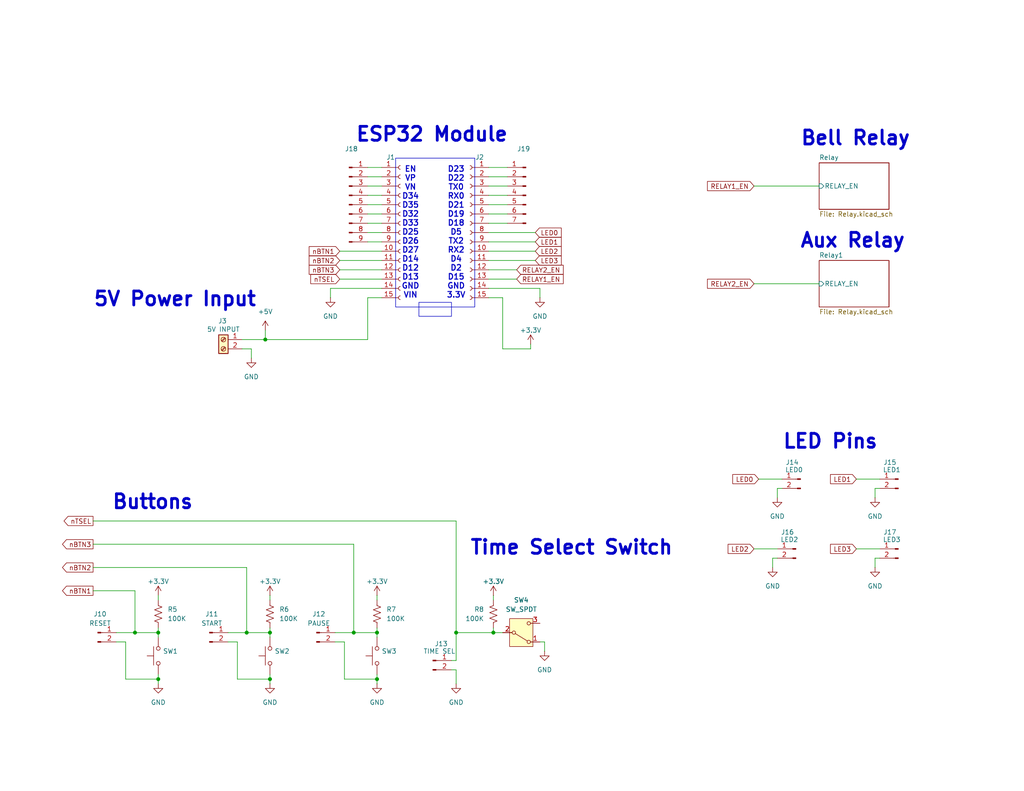
<source format=kicad_sch>
(kicad_sch (version 20231120) (generator "eeschema") (generator_version "8.0")
  (paper "A")
  (lib_symbols
    (symbol "Connector:Conn_01x02_Pin" (pin_names (offset 1.016) hide)
      (property "Reference" "J" (at 0 2.54 0))
      (property "Value" "Conn_01x02_Pin" (at 0 -5.08 0))
      (symbol "Conn_01x02_Pin_1_1"
        (polyline (pts (xy 1.27 -2.54) (xy 0.8636 -2.54)) (stroke (width 0.1524)))
        (polyline (pts (xy 1.27 0) (xy 0.8636 0)) (stroke (width 0.1524)))
        (rectangle (start 0.8636 -2.413) (end 0 -2.667) (stroke (width 0.1524)) (fill (type outline)))
        (rectangle (start 0.8636 0.127) (end 0 -0.127) (stroke (width 0.1524)) (fill (type outline)))
        (pin passive line (at 5.08 0 180) (length 3.81) (name "Pin_1") (number "1"))
        (pin passive line (at 5.08 -2.54 180) (length 3.81) (name "Pin_2") (number "2"))
      )
    )
    (symbol "Connector:Conn_01x07_Pin" (pin_names (offset 1.016) hide)
      (property "Reference" "J" (at 0 10.16 0))
      (property "Value" "Conn_01x07_Pin" (at 0 -10.16 0))
      (symbol "Conn_01x07_Pin_1_1"
        (polyline (pts (xy 1.27 -7.62) (xy 0.8636 -7.62)) (stroke (width 0.1524)))
        (polyline (pts (xy 1.27 -5.08) (xy 0.8636 -5.08)) (stroke (width 0.1524)))
        (polyline (pts (xy 1.27 -2.54) (xy 0.8636 -2.54)) (stroke (width 0.1524)))
        (polyline (pts (xy 1.27 0) (xy 0.8636 0)) (stroke (width 0.1524)))
        (polyline (pts (xy 1.27 2.54) (xy 0.8636 2.54)) (stroke (width 0.1524)))
        (polyline (pts (xy 1.27 5.08) (xy 0.8636 5.08)) (stroke (width 0.1524)))
        (polyline (pts (xy 1.27 7.62) (xy 0.8636 7.62)) (stroke (width 0.1524)))
        (rectangle (start 0.8636 -7.493) (end 0 -7.747) (stroke (width 0.1524)) (fill (type outline)))
        (rectangle (start 0.8636 -4.953) (end 0 -5.207) (stroke (width 0.1524)) (fill (type outline)))
        (rectangle (start 0.8636 -2.413) (end 0 -2.667) (stroke (width 0.1524)) (fill (type outline)))
        (rectangle (start 0.8636 0.127) (end 0 -0.127) (stroke (width 0.1524)) (fill (type outline)))
        (rectangle (start 0.8636 2.667) (end 0 2.413) (stroke (width 0.1524)) (fill (type outline)))
        (rectangle (start 0.8636 5.207) (end 0 4.953) (stroke (width 0.1524)) (fill (type outline)))
        (rectangle (start 0.8636 7.747) (end 0 7.493) (stroke (width 0.1524)) (fill (type outline)))
        (pin passive line (at 5.08 7.62 180) (length 3.81) (name "Pin_1") (number "1"))
        (pin passive line (at 5.08 5.08 180) (length 3.81) (name "Pin_2") (number "2"))
        (pin passive line (at 5.08 2.54 180) (length 3.81) (name "Pin_3") (number "3"))
        (pin passive line (at 5.08 0 180) (length 3.81) (name "Pin_4") (number "4"))
        (pin passive line (at 5.08 -2.54 180) (length 3.81) (name "Pin_5") (number "5"))
        (pin passive line (at 5.08 -5.08 180) (length 3.81) (name "Pin_6") (number "6"))
        (pin passive line (at 5.08 -7.62 180) (length 3.81) (name "Pin_7") (number "7"))
      )
    )
    (symbol "Connector:Conn_01x09_Pin" (pin_names (offset 1.016) hide)
      (property "Reference" "J" (at 0 12.7 0))
      (property "Value" "Conn_01x09_Pin" (at 0 -12.7 0))
      (symbol "Conn_01x09_Pin_1_1"
        (polyline (pts (xy 1.27 -10.16) (xy 0.8636 -10.16)) (stroke (width 0.1524)))
        (polyline (pts (xy 1.27 -7.62) (xy 0.8636 -7.62)) (stroke (width 0.1524)))
        (polyline (pts (xy 1.27 -5.08) (xy 0.8636 -5.08)) (stroke (width 0.1524)))
        (polyline (pts (xy 1.27 -2.54) (xy 0.8636 -2.54)) (stroke (width 0.1524)))
        (polyline (pts (xy 1.27 0) (xy 0.8636 0)) (stroke (width 0.1524)))
        (polyline (pts (xy 1.27 2.54) (xy 0.8636 2.54)) (stroke (width 0.1524)))
        (polyline (pts (xy 1.27 5.08) (xy 0.8636 5.08)) (stroke (width 0.1524)))
        (polyline (pts (xy 1.27 7.62) (xy 0.8636 7.62)) (stroke (width 0.1524)))
        (polyline (pts (xy 1.27 10.16) (xy 0.8636 10.16)) (stroke (width 0.1524)))
        (rectangle (start 0.8636 -10.033) (end 0 -10.287) (stroke (width 0.1524)) (fill (type outline)))
        (rectangle (start 0.8636 -7.493) (end 0 -7.747) (stroke (width 0.1524)) (fill (type outline)))
        (rectangle (start 0.8636 -4.953) (end 0 -5.207) (stroke (width 0.1524)) (fill (type outline)))
        (rectangle (start 0.8636 -2.413) (end 0 -2.667) (stroke (width 0.1524)) (fill (type outline)))
        (rectangle (start 0.8636 0.127) (end 0 -0.127) (stroke (width 0.1524)) (fill (type outline)))
        (rectangle (start 0.8636 2.667) (end 0 2.413) (stroke (width 0.1524)) (fill (type outline)))
        (rectangle (start 0.8636 5.207) (end 0 4.953) (stroke (width 0.1524)) (fill (type outline)))
        (rectangle (start 0.8636 7.747) (end 0 7.493) (stroke (width 0.1524)) (fill (type outline)))
        (rectangle (start 0.8636 10.287) (end 0 10.033) (stroke (width 0.1524)) (fill (type outline)))
        (pin passive line (at 5.08 10.16 180) (length 3.81) (name "Pin_1") (number "1"))
        (pin passive line (at 5.08 7.62 180) (length 3.81) (name "Pin_2") (number "2"))
        (pin passive line (at 5.08 5.08 180) (length 3.81) (name "Pin_3") (number "3"))
        (pin passive line (at 5.08 2.54 180) (length 3.81) (name "Pin_4") (number "4"))
        (pin passive line (at 5.08 0 180) (length 3.81) (name "Pin_5") (number "5"))
        (pin passive line (at 5.08 -2.54 180) (length 3.81) (name "Pin_6") (number "6"))
        (pin passive line (at 5.08 -5.08 180) (length 3.81) (name "Pin_7") (number "7"))
        (pin passive line (at 5.08 -7.62 180) (length 3.81) (name "Pin_8") (number "8"))
        (pin passive line (at 5.08 -10.16 180) (length 3.81) (name "Pin_9") (number "9"))
      )
    )
    (symbol "Connector:Conn_01x15_Socket" (pin_names (offset 1.016) hide)
      (property "Reference" "J" (at 0 20.32 0))
      (property "Value" "Conn_01x15_Socket" (at 0 -20.32 0))
      (symbol "Conn_01x15_Socket_1_1"
        (arc (start 0 -17.272) (mid -0.5058 -17.78) (end 0 -18.288) (stroke (width 0.1524)))
        (arc (start 0 -14.732) (mid -0.5058 -15.24) (end 0 -15.748) (stroke (width 0.1524)))
        (arc (start 0 -12.192) (mid -0.5058 -12.7) (end 0 -13.208) (stroke (width 0.1524)))
        (arc (start 0 -9.652) (mid -0.5058 -10.16) (end 0 -10.668) (stroke (width 0.1524)))
        (arc (start 0 -7.112) (mid -0.5058 -7.62) (end 0 -8.128) (stroke (width 0.1524)))
        (arc (start 0 -4.572) (mid -0.5058 -5.08) (end 0 -5.588) (stroke (width 0.1524)))
        (arc (start 0 -2.032) (mid -0.5058 -2.54) (end 0 -3.048) (stroke (width 0.1524)))
        (polyline (pts (xy -1.27 -17.78) (xy -0.508 -17.78)) (stroke (width 0.1524)))
        (polyline (pts (xy -1.27 -15.24) (xy -0.508 -15.24)) (stroke (width 0.1524)))
        (polyline (pts (xy -1.27 -12.7) (xy -0.508 -12.7)) (stroke (width 0.1524)))
        (polyline (pts (xy -1.27 -10.16) (xy -0.508 -10.16)) (stroke (width 0.1524)))
        (polyline (pts (xy -1.27 -7.62) (xy -0.508 -7.62)) (stroke (width 0.1524)))
        (polyline (pts (xy -1.27 -5.08) (xy -0.508 -5.08)) (stroke (width 0.1524)))
        (polyline (pts (xy -1.27 -2.54) (xy -0.508 -2.54)) (stroke (width 0.1524)))
        (polyline (pts (xy -1.27 0) (xy -0.508 0)) (stroke (width 0.1524)))
        (polyline (pts (xy -1.27 2.54) (xy -0.508 2.54)) (stroke (width 0.1524)))
        (polyline (pts (xy -1.27 5.08) (xy -0.508 5.08)) (stroke (width 0.1524)))
        (polyline (pts (xy -1.27 7.62) (xy -0.508 7.62)) (stroke (width 0.1524)))
        (polyline (pts (xy -1.27 10.16) (xy -0.508 10.16)) (stroke (width 0.1524)))
        (polyline (pts (xy -1.27 12.7) (xy -0.508 12.7)) (stroke (width 0.1524)))
        (polyline (pts (xy -1.27 15.24) (xy -0.508 15.24)) (stroke (width 0.1524)))
        (polyline (pts (xy -1.27 17.78) (xy -0.508 17.78)) (stroke (width 0.1524)))
        (arc (start 0 0.508) (mid -0.5058 0) (end 0 -0.508) (stroke (width 0.1524)))
        (arc (start 0 3.048) (mid -0.5058 2.54) (end 0 2.032) (stroke (width 0.1524)))
        (arc (start 0 5.588) (mid -0.5058 5.08) (end 0 4.572) (stroke (width 0.1524)))
        (arc (start 0 8.128) (mid -0.5058 7.62) (end 0 7.112) (stroke (width 0.1524)))
        (arc (start 0 10.668) (mid -0.5058 10.16) (end 0 9.652) (stroke (width 0.1524)))
        (arc (start 0 13.208) (mid -0.5058 12.7) (end 0 12.192) (stroke (width 0.1524)))
        (arc (start 0 15.748) (mid -0.5058 15.24) (end 0 14.732) (stroke (width 0.1524)))
        (arc (start 0 18.288) (mid -0.5058 17.78) (end 0 17.272) (stroke (width 0.1524)))
        (pin passive line (at -5.08 17.78 0) (length 3.81) (name "Pin_1") (number "1"))
        (pin passive line (at -5.08 -5.08 0) (length 3.81) (name "Pin_10") (number "10"))
        (pin passive line (at -5.08 -7.62 0) (length 3.81) (name "Pin_11") (number "11"))
        (pin passive line (at -5.08 -10.16 0) (length 3.81) (name "Pin_12") (number "12"))
        (pin passive line (at -5.08 -12.7 0) (length 3.81) (name "Pin_13") (number "13"))
        (pin passive line (at -5.08 -15.24 0) (length 3.81) (name "Pin_14") (number "14"))
        (pin passive line (at -5.08 -17.78 0) (length 3.81) (name "Pin_15") (number "15"))
        (pin passive line (at -5.08 15.24 0) (length 3.81) (name "Pin_2") (number "2"))
        (pin passive line (at -5.08 12.7 0) (length 3.81) (name "Pin_3") (number "3"))
        (pin passive line (at -5.08 10.16 0) (length 3.81) (name "Pin_4") (number "4"))
        (pin passive line (at -5.08 7.62 0) (length 3.81) (name "Pin_5") (number "5"))
        (pin passive line (at -5.08 5.08 0) (length 3.81) (name "Pin_6") (number "6"))
        (pin passive line (at -5.08 2.54 0) (length 3.81) (name "Pin_7") (number "7"))
        (pin passive line (at -5.08 0 0) (length 3.81) (name "Pin_8") (number "8"))
        (pin passive line (at -5.08 -2.54 0) (length 3.81) (name "Pin_9") (number "9"))
      )
    )
    (symbol "Connector:Screw_Terminal_01x02" (pin_names (offset 1.016) hide)
      (property "Reference" "J" (at 0 2.54 0))
      (property "Value" "Screw_Terminal_01x02" (at 0 -5.08 0))
      (symbol "Screw_Terminal_01x02_1_1"
        (rectangle (start -1.27 1.27) (end 1.27 -3.81) (stroke (width 0.254)) (fill (type background)))
        (circle (center 0 -2.54) (radius 0.635) (stroke (width 0.1524)))
        (polyline (pts (xy -0.5334 -2.2098) (xy 0.3302 -3.048)) (stroke (width 0.1524)))
        (polyline (pts (xy -0.5334 0.3302) (xy 0.3302 -0.508)) (stroke (width 0.1524)))
        (polyline (pts (xy -0.3556 -2.032) (xy 0.508 -2.8702)) (stroke (width 0.1524)))
        (polyline (pts (xy -0.3556 0.508) (xy 0.508 -0.3302)) (stroke (width 0.1524)))
        (circle (center 0 0) (radius 0.635) (stroke (width 0.1524)))
        (pin passive line (at -5.08 0 0) (length 3.81) (name "Pin_1") (number "1"))
        (pin passive line (at -5.08 -2.54 0) (length 3.81) (name "Pin_2") (number "2"))
      )
    )
    (symbol "Device:R_US" (pin_numbers hide) (pin_names (offset 0))
      (property "Reference" "R" (at 2.54 0 90))
      (property "Value" "R_US" (at -2.54 0 90))
      (symbol "R_US_0_1"
        (polyline (pts (xy 0 -2.286) (xy 0 -2.54)))
        (polyline (pts (xy 0 2.286) (xy 0 2.54)))
        (polyline (pts (xy 0 -0.762) (xy 1.016 -1.143) (xy 0 -1.524) (xy -1.016 -1.905) (xy 0 -2.286)))
        (polyline (pts (xy 0 0.762) (xy 1.016 0.381) (xy 0 0) (xy -1.016 -0.381) (xy 0 -0.762)))
        (polyline (pts (xy 0 2.286) (xy 1.016 1.905) (xy 0 1.524) (xy -1.016 1.143) (xy 0 0.762)))
      )
      (symbol "R_US_1_1"
        (pin passive line (at 0 3.81 270) (length 1.27) (name "~") (number "1"))
        (pin passive line (at 0 -3.81 90) (length 1.27) (name "~") (number "2"))
      )
    )
    (symbol "Switch:SW_Push" (pin_numbers hide) (pin_names (offset 1.016) hide)
      (property "Reference" "SW" (at 1.27 2.54 0))
      (property "Value" "SW_Push" (at 0 -1.524 0))
      (symbol "SW_Push_0_1"
        (circle (center -2.032 0) (radius 0.508))
        (polyline (pts (xy 0 1.27) (xy 0 3.048)))
        (polyline (pts (xy 2.54 1.27) (xy -2.54 1.27)))
        (circle (center 2.032 0) (radius 0.508))
        (pin passive line (at -5.08 0 0) (length 2.54) (name "1") (number "1"))
        (pin passive line (at 5.08 0 180) (length 2.54) (name "2") (number "2"))
      )
    )
    (symbol "Switch:SW_SPDT" (pin_names (offset 0) hide)
      (property "Reference" "SW" (at 0 5.08 0))
      (property "Value" "SW_SPDT" (at 0 -5.08 0))
      (symbol "SW_SPDT_0_1"
        (circle (center -2.032 0) (radius 0.4572))
        (polyline (pts (xy -1.651 0.254) (xy 1.651 2.286)))
        (circle (center 2.032 -2.54) (radius 0.4572))
        (circle (center 2.032 2.54) (radius 0.4572))
      )
      (symbol "SW_SPDT_1_1"
        (rectangle (start -3.175 3.81) (end 3.175 -3.81) (fill (type background)))
        (pin passive line (at 5.08 2.54 180) (length 2.54) (name "A") (number "1"))
        (pin passive line (at -5.08 0 0) (length 2.54) (name "B") (number "2"))
        (pin passive line (at 5.08 -2.54 180) (length 2.54) (name "C") (number "3"))
      )
    )
    (symbol "power:+3.3V" (power) (pin_numbers hide) (pin_names (offset 0) hide)
      (property "Value" "+3.3V" (at 0 3.556 0))
      (symbol "+3.3V_0_1"
        (polyline (pts (xy -0.762 1.27) (xy 0 2.54)))
        (polyline (pts (xy 0 0) (xy 0 2.54)))
        (polyline (pts (xy 0 2.54) (xy 0.762 1.27)))
      )
      (symbol "+3.3V_1_1"
        (pin power_in line (at 0 0 90) (length 0) (name "~") (number "1"))
      )
    )
    (symbol "power:+5V" (power) (pin_numbers hide) (pin_names (offset 0) hide)
      (property "Value" "+5V" (at 0 3.556 0))
      (symbol "+5V_0_1"
        (polyline (pts (xy -0.762 1.27) (xy 0 2.54)))
        (polyline (pts (xy 0 0) (xy 0 2.54)))
        (polyline (pts (xy 0 2.54) (xy 0.762 1.27)))
      )
      (symbol "+5V_1_1"
        (pin power_in line (at 0 0 90) (length 0) (name "~") (number "1"))
      )
    )
    (symbol "power:GND" (power) (pin_numbers hide) (pin_names (offset 0) hide)
      (property "Value" "GND" (at 0 -3.81 0))
      (symbol "GND_0_1"
        (polyline (pts (xy 0 0) (xy 0 -1.27) (xy 1.27 -1.27) (xy 0 -2.54) (xy -1.27 -1.27) (xy 0 -1.27)))
      )
      (symbol "GND_1_1"
        (pin power_in line (at 0 0 270) (length 0) (name "~") (number "1"))
      )
    )
  )
  (junction (at 73.66 185.42))
  (junction (at 43.18 185.42))
  (junction (at 134.62 172.72))
  (junction (at 102.87 185.42))
  (junction (at 102.87 172.72))
  (junction (at 43.18 172.72))
  (junction (at 124.46 172.72))
  (junction (at 36.83 172.72))
  (junction (at 73.66 172.72))
  (junction (at 72.39 92.71))
  (junction (at 67.31 172.72))
  (junction (at 96.52 172.72))
  (wire (pts (xy 100.33 50.8) (xy 104.14 50.8)))
  (wire (pts (xy 25.4 161.29) (xy 36.83 161.29)))
  (wire (pts (xy 138.43 58.42) (xy 133.35 58.42)))
  (wire (pts (xy 92.71 68.58) (xy 104.14 68.58)))
  (wire (pts (xy 90.17 78.74) (xy 90.17 81.28)))
  (wire (pts (xy 212.09 133.35) (xy 212.09 135.89)))
  (wire (pts (xy 68.58 95.25) (xy 68.58 97.79)))
  (wire (pts (xy 140.97 76.2) (xy 133.35 76.2)))
  (wire (pts (xy 64.77 185.42) (xy 73.66 185.42)))
  (wire (pts (xy 148.59 175.26) (xy 148.59 177.8)))
  (wire (pts (xy 238.76 133.35) (xy 238.76 135.89)))
  (wire (pts (xy 212.09 152.4) (xy 210.82 152.4)))
  (wire (pts (xy 205.74 50.8) (xy 223.52 50.8)))
  (wire (pts (xy 73.66 171.45) (xy 73.66 172.72)))
  (wire (pts (xy 133.35 81.28) (xy 137.16 81.28)))
  (wire (pts (xy 138.43 50.8) (xy 133.35 50.8)))
  (wire (pts (xy 138.43 55.88) (xy 133.35 55.88)))
  (wire (pts (xy 25.4 154.94) (xy 67.31 154.94)))
  (wire (pts (xy 205.74 149.86) (xy 212.09 149.86)))
  (wire (pts (xy 93.98 185.42) (xy 102.87 185.42)))
  (wire (pts (xy 133.35 45.72) (xy 138.43 45.72)))
  (wire (pts (xy 66.04 92.71) (xy 72.39 92.71)))
  (wire (pts (xy 72.39 90.17) (xy 72.39 92.71)))
  (wire (pts (xy 137.16 81.28) (xy 137.16 95.25)))
  (wire (pts (xy 144.78 95.25) (xy 144.78 93.98)))
  (wire (pts (xy 92.71 71.12) (xy 104.14 71.12)))
  (wire (pts (xy 72.39 92.71) (xy 100.33 92.71)))
  (wire (pts (xy 100.33 66.04) (xy 104.14 66.04)))
  (wire (pts (xy 102.87 171.45) (xy 102.87 172.72)))
  (wire (pts (xy 148.59 175.26) (xy 147.32 175.26)))
  (wire (pts (xy 146.05 71.12) (xy 133.35 71.12)))
  (wire (pts (xy 124.46 172.72) (xy 124.46 142.24)))
  (wire (pts (xy 207.01 130.81) (xy 213.36 130.81)))
  (wire (pts (xy 43.18 184.15) (xy 43.18 185.42)))
  (wire (pts (xy 68.58 95.25) (xy 66.04 95.25)))
  (wire (pts (xy 100.33 63.5) (xy 104.14 63.5)))
  (wire (pts (xy 138.43 60.96) (xy 133.35 60.96)))
  (wire (pts (xy 73.66 185.42) (xy 73.66 186.69)))
  (wire (pts (xy 233.68 130.81) (xy 240.03 130.81)))
  (wire (pts (xy 240.03 152.4) (xy 238.76 152.4)))
  (wire (pts (xy 104.14 78.74) (xy 90.17 78.74)))
  (wire (pts (xy 34.29 185.42) (xy 43.18 185.42)))
  (wire (pts (xy 100.33 60.96) (xy 104.14 60.96)))
  (wire (pts (xy 31.75 172.72) (xy 36.83 172.72)))
  (wire (pts (xy 100.33 55.88) (xy 104.14 55.88)))
  (wire (pts (xy 124.46 172.72) (xy 134.62 172.72)))
  (wire (pts (xy 43.18 172.72) (xy 43.18 173.99)))
  (wire (pts (xy 62.23 172.72) (xy 67.31 172.72)))
  (wire (pts (xy 213.36 133.35) (xy 212.09 133.35)))
  (wire (pts (xy 73.66 163.83) (xy 73.66 162.56)))
  (wire (pts (xy 67.31 172.72) (xy 73.66 172.72)))
  (wire (pts (xy 43.18 163.83) (xy 43.18 162.56)))
  (wire (pts (xy 104.14 81.28) (xy 100.33 81.28)))
  (wire (pts (xy 146.05 63.5) (xy 133.35 63.5)))
  (wire (pts (xy 102.87 163.83) (xy 102.87 162.56)))
  (wire (pts (xy 210.82 152.4) (xy 210.82 154.94)))
  (wire (pts (xy 100.33 48.26) (xy 104.14 48.26)))
  (wire (pts (xy 100.33 53.34) (xy 104.14 53.34)))
  (wire (pts (xy 124.46 186.69) (xy 124.46 182.88)))
  (wire (pts (xy 102.87 185.42) (xy 102.87 186.69)))
  (wire (pts (xy 238.76 152.4) (xy 238.76 154.94)))
  (wire (pts (xy 93.98 175.26) (xy 93.98 185.42)))
  (wire (pts (xy 91.44 175.26) (xy 93.98 175.26)))
  (wire (pts (xy 124.46 180.34) (xy 123.19 180.34)))
  (wire (pts (xy 100.33 81.28) (xy 100.33 92.71)))
  (wire (pts (xy 36.83 172.72) (xy 36.83 161.29)))
  (wire (pts (xy 91.44 172.72) (xy 96.52 172.72)))
  (wire (pts (xy 146.05 66.04) (xy 133.35 66.04)))
  (wire (pts (xy 67.31 172.72) (xy 67.31 154.94)))
  (wire (pts (xy 43.18 185.42) (xy 43.18 186.69)))
  (wire (pts (xy 137.16 95.25) (xy 144.78 95.25)))
  (wire (pts (xy 92.71 76.2) (xy 104.14 76.2)))
  (wire (pts (xy 240.03 133.35) (xy 238.76 133.35)))
  (wire (pts (xy 96.52 172.72) (xy 96.52 148.59)))
  (wire (pts (xy 92.71 73.66) (xy 104.14 73.66)))
  (wire (pts (xy 124.46 172.72) (xy 124.46 180.34)))
  (wire (pts (xy 140.97 73.66) (xy 133.35 73.66)))
  (wire (pts (xy 102.87 172.72) (xy 102.87 173.99)))
  (wire (pts (xy 233.68 149.86) (xy 240.03 149.86)))
  (wire (pts (xy 147.32 78.74) (xy 147.32 81.28)))
  (wire (pts (xy 43.18 171.45) (xy 43.18 172.72)))
  (wire (pts (xy 123.19 182.88) (xy 124.46 182.88)))
  (wire (pts (xy 73.66 172.72) (xy 73.66 173.99)))
  (wire (pts (xy 205.74 77.47) (xy 223.52 77.47)))
  (wire (pts (xy 146.05 68.58) (xy 133.35 68.58)))
  (wire (pts (xy 100.33 58.42) (xy 104.14 58.42)))
  (wire (pts (xy 133.35 78.74) (xy 147.32 78.74)))
  (wire (pts (xy 137.16 172.72) (xy 134.62 172.72)))
  (wire (pts (xy 138.43 48.26) (xy 133.35 48.26)))
  (wire (pts (xy 62.23 175.26) (xy 64.77 175.26)))
  (wire (pts (xy 34.29 175.26) (xy 34.29 185.42)))
  (wire (pts (xy 73.66 184.15) (xy 73.66 185.42)))
  (wire (pts (xy 100.33 45.72) (xy 104.14 45.72)))
  (wire (pts (xy 25.4 142.24) (xy 124.46 142.24)))
  (wire (pts (xy 134.62 172.72) (xy 134.62 171.45)))
  (wire (pts (xy 102.87 184.15) (xy 102.87 185.42)))
  (wire (pts (xy 31.75 175.26) (xy 34.29 175.26)))
  (wire (pts (xy 138.43 53.34) (xy 133.35 53.34)))
  (wire (pts (xy 43.18 172.72) (xy 36.83 172.72)))
  (wire (pts (xy 25.4 148.59) (xy 96.52 148.59)))
  (wire (pts (xy 64.77 175.26) (xy 64.77 185.42)))
  (wire (pts (xy 134.62 163.83) (xy 134.62 162.56)))
  (wire (pts (xy 96.52 172.72) (xy 102.87 172.72)))
  (rectangle (start 107.95 43.18) (end 129.54 83.82))
  (rectangle (start 114.3 82.55) (end 123.19 86.36))
  (text "Time Select Switch" (at 155.956 149.606 0) (effects (font (size 3.81 3.81) (thickness 0.762) (bold yes))))
  (text "5V Power Input" (at 47.752 81.788 0) (effects (font (size 3.81 3.81) (thickness 0.762) (bold yes))))
  (text "ESP32 Module" (at 117.856 36.83 0) (effects (font (size 3.81 3.81) (thickness 0.762) (bold yes))))
  (text "EN\nVP\nVN\nD34\nD35\nD32\nD33\nD25\nD26\nD27\nD14\nD12\nD13\nGND\nVIN" (at 112.014 63.5 0) (effects (font (size 1.524 1.524) (thickness 0.2794) (bold yes))))
  (text "LED Pins" (at 226.568 120.65 0) (effects (font (size 3.81 3.81) (thickness 0.762) (bold yes))))
  (text "Bell Relay" (at 233.426 37.846 0) (effects (font (size 3.81 3.81) (thickness 0.762) (bold yes))))
  (text "D23\nD22\nTX0\nRX0\nD21\nD19\nD18\nD5\nTX2\nRX2\nD4\nD2\nD15\nGND\n3.3V" (at 124.46 63.5 0) (effects (font (size 1.524 1.524) (thickness 0.2794) (bold yes))))
  (text "Aux Relay" (at 232.664 65.786 0) (effects (font (size 3.81 3.81) (thickness 0.762) (bold yes))))
  (text "Buttons" (at 41.656 137.16 0) (effects (font (size 3.81 3.81) (thickness 0.762) (bold yes))))
  (global_label "nTSEL" (shape output) (at 25.4 142.24 180) (property "Intersheetrefs" "${INTERSHEET_REFS}" (effects (hide yes))))
  (global_label "LED3" (shape input) (at 146.05 71.12 0) (property "Intersheetrefs" "${INTERSHEET_REFS}" (effects (hide yes))))
  (global_label "LED1" (shape input) (at 146.05 66.04 0) (property "Intersheetrefs" "${INTERSHEET_REFS}" (effects (hide yes))))
  (global_label "LED0" (shape input) (at 146.05 63.5 0) (property "Intersheetrefs" "${INTERSHEET_REFS}" (effects (hide yes))))
  (global_label "LED2" (shape input) (at 146.05 68.58 0) (property "Intersheetrefs" "${INTERSHEET_REFS}" (effects (hide yes))))
  (global_label "nTSEL" (shape input) (at 92.71 76.2 180) (property "Intersheetrefs" "${INTERSHEET_REFS}" (effects (hide yes))))
  (global_label "nBTN3" (shape output) (at 25.4 148.59 180) (property "Intersheetrefs" "${INTERSHEET_REFS}" (effects (hide yes))))
  (global_label "LED2" (shape input) (at 205.74 149.86 180) (property "Intersheetrefs" "${INTERSHEET_REFS}" (effects (hide yes))))
  (global_label "nBTN1" (shape input) (at 92.71 68.58 180) (property "Intersheetrefs" "${INTERSHEET_REFS}" (effects (hide yes))))
  (global_label "RELAY1_EN" (shape input) (at 140.97 76.2 0) (property "Intersheetrefs" "${INTERSHEET_REFS}" (effects (hide yes))))
  (global_label "RELAY2_EN" (shape input) (at 140.97 73.66 0) (property "Intersheetrefs" "${INTERSHEET_REFS}" (effects (hide yes))))
  (global_label "nBTN3" (shape input) (at 92.71 73.66 180) (property "Intersheetrefs" "${INTERSHEET_REFS}" (effects (hide yes))))
  (global_label "LED1" (shape input) (at 233.68 130.81 180) (property "Intersheetrefs" "${INTERSHEET_REFS}" (effects (hide yes))))
  (global_label "nBTN2" (shape input) (at 92.71 71.12 180) (property "Intersheetrefs" "${INTERSHEET_REFS}" (effects (hide yes))))
  (global_label "RELAY2_EN" (shape input) (at 205.74 77.47 180) (property "Intersheetrefs" "${INTERSHEET_REFS}" (effects (hide yes))))
  (global_label "RELAY1_EN" (shape input) (at 205.74 50.8 180) (property "Intersheetrefs" "${INTERSHEET_REFS}" (effects (hide yes))))
  (global_label "LED3" (shape input) (at 233.68 149.86 180) (property "Intersheetrefs" "${INTERSHEET_REFS}" (effects (hide yes))))
  (global_label "LED0" (shape input) (at 207.01 130.81 180) (property "Intersheetrefs" "${INTERSHEET_REFS}" (effects (hide yes))))
  (global_label "nBTN2" (shape output) (at 25.4 154.94 180) (property "Intersheetrefs" "${INTERSHEET_REFS}" (effects (hide yes))))
  (global_label "nBTN1" (shape output) (at 25.4 161.29 180) (property "Intersheetrefs" "${INTERSHEET_REFS}" (effects (hide yes))))
  (symbol (lib_id "power:+3.3V") (at 43.18 162.56 0) (unit 1)
    (property "Reference" "#PWR025" (effects (hide yes)))
    (property "Value" "+3.3V" (at 43.18 158.75 0))
    (property "Description" "Power symbol creates a global label with name \"+3.3V\"" (effects (hide yes)))
  )
  (symbol (lib_id "Connector:Conn_01x02_Pin") (at 217.17 149.86 0) (mirror y) (unit 1)
    (property "Reference" "J16" (at 214.884 145.288 0))
    (property "Value" "LED2" (at 215.392 147.32 0))
    (property "Footprint" "Connector_PinHeader_2.54mm:PinHeader_1x02_P2.54mm_Vertical" (effects (hide yes)))
    (property "Description" "Generic connector, single row, 01x02, script generated" (effects (hide yes)))
    (property "LCSC" "C124375" (effects (hide yes)))
  )
  (symbol (lib_id "Switch:SW_Push") (at 43.18 179.07 90) (unit 1)
    (property "Reference" "SW1" (at 44.45 177.7999 90) (effects (justify right)))
    (property "Value" "RESET" (effects (hide yes)))
    (property "Footprint" "Button_Switch_THT:SW_PUSH-12mm" (effects (hide yes)))
    (property "Description" "Push button switch, generic, two pins" (effects (hide yes)))
    (property "LCSC" "C5377619" (effects (hide yes)))
  )
  (symbol (lib_id "Connector:Conn_01x02_Pin") (at 86.36 172.72 0) (unit 1)
    (property "Reference" "J12" (at 86.995 167.64 0))
    (property "Value" "PAUSE" (at 86.995 170.18 0))
    (property "Footprint" "Connector_PinHeader_2.54mm:PinHeader_1x02_P2.54mm_Vertical" (effects (hide yes)))
    (property "Description" "Generic connector, single row, 01x02, script generated" (effects (hide yes)))
  )
  (symbol (lib_id "Switch:SW_Push") (at 102.87 179.07 90) (unit 1)
    (property "Reference" "SW3" (at 104.14 177.7999 90) (effects (justify right)))
    (property "Value" "PAUSE" (effects (hide yes)))
    (property "Footprint" "Button_Switch_THT:SW_PUSH-12mm" (effects (hide yes)))
    (property "Description" "Push button switch, generic, two pins" (effects (hide yes)))
    (property "LCSC" "C5377619" (effects (hide yes)))
  )
  (symbol (lib_id "power:GND") (at 147.32 81.28 0) (unit 1)
    (property "Reference" "#PWR01" (effects (hide yes)))
    (property "Value" "GND" (at 147.32 86.36 0))
    (property "Description" "Power symbol creates a global label with name \"GND\" , ground" (effects (hide yes)))
  )
  (symbol (lib_id "power:GND") (at 210.82 154.94 0) (unit 1)
    (property "Reference" "#PWR033" (effects (hide yes)))
    (property "Value" "GND" (at 210.82 160.02 0))
    (property "Description" "Power symbol creates a global label with name \"GND\" , ground" (effects (hide yes)))
  )
  (symbol (lib_id "Connector:Conn_01x02_Pin") (at 26.67 172.72 0) (unit 1)
    (property "Reference" "J10" (at 27.305 167.64 0))
    (property "Value" "RESET" (at 27.305 170.18 0))
    (property "Footprint" "Connector_PinHeader_2.54mm:PinHeader_1x02_P2.54mm_Vertical" (effects (hide yes)))
    (property "Description" "Generic connector, single row, 01x02, script generated" (effects (hide yes)))
  )
  (symbol (lib_id "power:GND") (at 238.76 135.89 0) (unit 1)
    (property "Reference" "#PWR032" (effects (hide yes)))
    (property "Value" "GND" (at 238.76 140.97 0))
    (property "Description" "Power symbol creates a global label with name \"GND\" , ground" (effects (hide yes)))
  )
  (symbol (lib_id "Connector:Conn_01x15_Socket") (at 128.27 63.5 0) (mirror y) (unit 1)
    (property "Reference" "J2" (at 132.08 42.926 0) (effects (justify left)))
    (property "Value" "Conn_01x15_Socket" (effects (hide yes)))
    (property "Footprint" "Connector_PinHeader_2.54mm:PinHeader_1x15_P2.54mm_Vertical" (effects (hide yes)))
    (property "Description" "Generic connector, single row, 01x15, script generated" (effects (hide yes)))
    (property "LCSC" "C124408" (effects (hide yes)))
  )
  (symbol (lib_id "power:GND") (at 73.66 186.69 0) (unit 1)
    (property "Reference" "#PWR022" (effects (hide yes)))
    (property "Value" "GND" (at 73.66 191.77 0))
    (property "Description" "Power symbol creates a global label with name \"GND\" , ground" (effects (hide yes)))
  )
  (symbol (lib_id "power:GND") (at 102.87 186.69 0) (unit 1)
    (property "Reference" "#PWR023" (effects (hide yes)))
    (property "Value" "GND" (at 102.87 191.77 0))
    (property "Description" "Power symbol creates a global label with name \"GND\" , ground" (effects (hide yes)))
  )
  (symbol (lib_id "Connector:Conn_01x15_Socket") (at 109.22 63.5 0) (unit 1)
    (property "Reference" "J1" (at 105.41 42.926 0) (effects (justify left)))
    (property "Value" "Conn_01x15_Socket" (effects (hide yes)))
    (property "Footprint" "Connector_PinHeader_2.54mm:PinHeader_1x15_P2.54mm_Vertical" (effects (hide yes)))
    (property "Description" "Generic connector, single row, 01x15, script generated" (effects (hide yes)))
    (property "LCSC" "C124408" (effects (hide yes)))
  )
  (symbol (lib_id "power:+3.3V") (at 144.78 93.98 0) (unit 1)
    (property "Reference" "#PWR024" (effects (hide yes)))
    (property "Value" "+3.3V" (at 144.78 90.17 0))
    (property "Description" "Power symbol creates a global label with name \"+3.3V\"" (effects (hide yes)))
  )
  (symbol (lib_id "Device:R_US") (at 43.18 167.64 0) (unit 1)
    (property "Reference" "R5" (at 45.72 166.3699 0) (effects (justify left)))
    (property "Value" "100K" (at 45.72 168.9099 0) (effects (justify left)))
    (property "Footprint" "Resistor_SMD:R_0402_1005Metric" (effects (hide yes)))
    (property "Description" "Resistor, US symbol" (effects (hide yes)))
    (property "LCSC" "C25530" (effects (hide yes)))
  )
  (symbol (lib_id "Device:R_US") (at 102.87 167.64 0) (unit 1)
    (property "Reference" "R7" (at 105.41 166.3699 0) (effects (justify left)))
    (property "Value" "100K" (at 105.41 168.9099 0) (effects (justify left)))
    (property "Footprint" "Resistor_SMD:R_0402_1005Metric" (effects (hide yes)))
    (property "Description" "Resistor, US symbol" (effects (hide yes)))
    (property "LCSC" "C25530" (effects (hide yes)))
  )
  (symbol (lib_id "Switch:SW_Push") (at 73.66 179.07 90) (unit 1)
    (property "Reference" "SW2" (at 74.93 177.7999 90) (effects (justify right)))
    (property "Value" "START" (effects (hide yes)))
    (property "Footprint" "Button_Switch_THT:SW_PUSH-12mm" (effects (hide yes)))
    (property "Description" "Push button switch, generic, two pins" (effects (hide yes)))
    (property "LCSC" "C5377619" (effects (hide yes)))
  )
  (symbol (lib_id "power:+3.3V") (at 73.66 162.56 0) (unit 1)
    (property "Reference" "#PWR026" (effects (hide yes)))
    (property "Value" "+3.3V" (at 73.66 158.75 0))
    (property "Description" "Power symbol creates a global label with name \"+3.3V\"" (effects (hide yes)))
  )
  (symbol (lib_id "power:GND") (at 212.09 135.89 0) (unit 1)
    (property "Reference" "#PWR031" (effects (hide yes)))
    (property "Value" "GND" (at 212.09 140.97 0))
    (property "Description" "Power symbol creates a global label with name \"GND\" , ground" (effects (hide yes)))
  )
  (symbol (lib_id "Connector:Conn_01x02_Pin") (at 218.44 130.81 0) (mirror y) (unit 1)
    (property "Reference" "J14" (at 216.154 126.238 0))
    (property "Value" "LED0" (at 216.662 128.27 0))
    (property "Footprint" "Connector_PinHeader_2.54mm:PinHeader_1x02_P2.54mm_Vertical" (effects (hide yes)))
    (property "Description" "Generic connector, single row, 01x02, script generated" (effects (hide yes)))
    (property "LCSC" "C124375" (effects (hide yes)))
  )
  (symbol (lib_id "power:GND") (at 90.17 81.28 0) (mirror y) (unit 1)
    (property "Reference" "#PWR02" (effects (hide yes)))
    (property "Value" "GND" (at 90.17 86.36 0))
    (property "Description" "Power symbol creates a global label with name \"GND\" , ground" (effects (hide yes)))
  )
  (symbol (lib_id "Connector:Conn_01x02_Pin") (at 118.11 180.34 0) (unit 1)
    (property "Reference" "J13" (at 120.396 175.768 0))
    (property "Value" "TIME SEL" (at 119.888 177.8 0))
    (property "Footprint" "Connector_PinHeader_2.54mm:PinHeader_1x02_P2.54mm_Vertical" (effects (hide yes)))
    (property "Description" "Generic connector, single row, 01x02, script generated" (effects (hide yes)))
  )
  (symbol (lib_id "Connector:Conn_01x02_Pin") (at 245.11 149.86 0) (mirror y) (unit 1)
    (property "Reference" "J17" (at 242.824 145.288 0))
    (property "Value" "LED3" (at 243.332 147.32 0))
    (property "Footprint" "Connector_PinHeader_2.54mm:PinHeader_1x02_P2.54mm_Vertical" (effects (hide yes)))
    (property "Description" "Generic connector, single row, 01x02, script generated" (effects (hide yes)))
    (property "LCSC" "C124375" (effects (hide yes)))
  )
  (symbol (lib_id "Connector:Conn_01x07_Pin") (at 143.51 53.34 0) (mirror y) (unit 1)
    (property "Reference" "J19" (at 142.875 40.64 0))
    (property "Value" "Conn_01x07_Pin" (effects (hide yes)))
    (property "Footprint" "Connector_PinHeader_2.54mm:PinHeader_1x07_P2.54mm_Vertical" (effects (hide yes)))
    (property "Description" "Generic connector, single row, 01x07, script generated" (effects (hide yes)))
  )
  (symbol (lib_id "power:+5V") (at 72.39 90.17 0) (unit 1)
    (property "Reference" "#PWR04" (effects (hide yes)))
    (property "Value" "+5V" (at 72.39 85.09 0))
    (property "Description" "Power symbol creates a global label with name \"+5V\"" (effects (hide yes)))
  )
  (symbol (lib_id "Switch:SW_SPDT") (at 142.24 172.72 0) (mirror x) (unit 1)
    (property "Reference" "SW4" (at 142.24 163.83 0))
    (property "Value" "SW_SPDT" (at 142.24 166.37 0))
    (property "Footprint" "Button_Switch_THT:SW_CK_JS202011AQN_DPDT_Angled" (effects (hide yes)))
    (property "Description" "Switch, single pole double throw" (effects (hide yes)))
    (property "LCSC" "C223857" (effects (hide yes)))
  )
  (symbol (lib_id "power:GND") (at 238.76 154.94 0) (unit 1)
    (property "Reference" "#PWR034" (effects (hide yes)))
    (property "Value" "GND" (at 238.76 160.02 0))
    (property "Description" "Power symbol creates a global label with name \"GND\" , ground" (effects (hide yes)))
  )
  (symbol (lib_id "power:+3.3V") (at 102.87 162.56 0) (unit 1)
    (property "Reference" "#PWR027" (effects (hide yes)))
    (property "Value" "+3.3V" (at 102.87 158.75 0))
    (property "Description" "Power symbol creates a global label with name \"+3.3V\"" (effects (hide yes)))
  )
  (symbol (lib_id "power:GND") (at 68.58 97.79 0) (unit 1)
    (property "Reference" "#PWR03" (effects (hide yes)))
    (property "Value" "GND" (at 68.58 102.87 0))
    (property "Description" "Power symbol creates a global label with name \"GND\" , ground" (effects (hide yes)))
  )
  (symbol (lib_id "power:GND") (at 148.59 177.8 0) (mirror y) (unit 1)
    (property "Reference" "#PWR028" (effects (hide yes)))
    (property "Value" "GND" (at 148.59 182.88 0))
    (property "Description" "Power symbol creates a global label with name \"GND\" , ground" (effects (hide yes)))
  )
  (symbol (lib_id "Connector:Conn_01x09_Pin") (at 95.25 55.88 0) (unit 1)
    (property "Reference" "J18" (at 95.885 40.64 0))
    (property "Value" "Conn_01x09_Pin" (effects (hide yes)))
    (property "Footprint" "Connector_PinHeader_2.54mm:PinHeader_1x09_P2.54mm_Vertical" (effects (hide yes)))
    (property "Description" "Generic connector, single row, 01x09, script generated" (effects (hide yes)))
  )
  (symbol (lib_id "power:+3.3V") (at 134.62 162.56 0) (mirror y) (unit 1)
    (property "Reference" "#PWR029" (effects (hide yes)))
    (property "Value" "+3.3V" (at 134.62 158.75 0))
    (property "Description" "Power symbol creates a global label with name \"+3.3V\"" (effects (hide yes)))
  )
  (symbol (lib_id "Connector:Conn_01x02_Pin") (at 57.15 172.72 0) (unit 1)
    (property "Reference" "J11" (at 57.785 167.64 0))
    (property "Value" "START" (at 57.785 170.18 0))
    (property "Footprint" "Connector_PinHeader_2.54mm:PinHeader_1x02_P2.54mm_Vertical" (effects (hide yes)))
    (property "Description" "Generic connector, single row, 01x02, script generated" (effects (hide yes)))
  )
  (symbol (lib_id "Device:R_US") (at 134.62 167.64 0) (mirror y) (unit 1)
    (property "Reference" "R8" (at 132.08 166.3699 0) (effects (justify left)))
    (property "Value" "100K" (at 132.08 168.9099 0) (effects (justify left)))
    (property "Footprint" "Resistor_SMD:R_0402_1005Metric" (effects (hide yes)))
    (property "Description" "Resistor, US symbol" (effects (hide yes)))
    (property "LCSC" "C25530" (effects (hide yes)))
  )
  (symbol (lib_id "Device:R_US") (at 73.66 167.64 0) (unit 1)
    (property "Reference" "R6" (at 76.2 166.3699 0) (effects (justify left)))
    (property "Value" "100K" (at 76.2 168.9099 0) (effects (justify left)))
    (property "Footprint" "Resistor_SMD:R_0402_1005Metric" (effects (hide yes)))
    (property "Description" "Resistor, US symbol" (effects (hide yes)))
    (property "LCSC" "C25530" (effects (hide yes)))
  )
  (symbol (lib_id "Connector:Screw_Terminal_01x02") (at 60.96 92.71 0) (mirror y) (unit 1)
    (property "Reference" "J3" (at 60.706 87.63 0))
    (property "Value" "5V INPUT" (at 60.96 89.916 0))
    (property "Footprint" "TerminalBlock:TerminalBlock_bornier-2_P5.08mm" (effects (hide yes)))
    (property "Description" "Generic screw terminal, single row, 01x02, script generated (kicad-library-utils/schlib/autogen/connector/)" (effects (hide yes)))
    (property "LCSC" "C5142622" (effects (hide yes)))
  )
  (symbol (lib_id "power:GND") (at 43.18 186.69 0) (unit 1)
    (property "Reference" "#PWR021" (effects (hide yes)))
    (property "Value" "GND" (at 43.18 191.77 0))
    (property "Description" "Power symbol creates a global label with name \"GND\" , ground" (effects (hide yes)))
  )
  (symbol (lib_id "Connector:Conn_01x02_Pin") (at 245.11 130.81 0) (mirror y) (unit 1)
    (property "Reference" "J15" (at 242.824 126.238 0))
    (property "Value" "LED1" (at 243.332 128.27 0))
    (property "Footprint" "Connector_PinHeader_2.54mm:PinHeader_1x02_P2.54mm_Vertical" (effects (hide yes)))
    (property "Description" "Generic connector, single row, 01x02, script generated" (effects (hide yes)))
    (property "LCSC" "C124375" (effects (hide yes)))
  )
  (symbol (lib_id "power:GND") (at 124.46 186.69 0) (unit 1)
    (property "Reference" "#PWR030" (effects (hide yes)))
    (property "Value" "GND" (at 124.46 191.77 0))
    (property "Description" "Power symbol creates a global label with name \"GND\" , ground" (effects (hide yes)))
  )
  (sheet (at 223.52 71.12) (size 19.05 12.7) (stroke (width 0.1524))
    (property "Sheetname" "Relay1" (at 223.52 70.4084 0) (effects (justify left bottom)))
    (property "Sheetfile" "Relay.kicad_sch" (at 223.52 84.4046 0) (effects (justify left top)))
    (pin "RELAY_EN" input (at 223.52 77.47 180))
  )
  (sheet (at 223.52 44.45) (size 19.05 12.7) (stroke (width 0.1524))
    (property "Sheetname" "Relay" (at 223.52 43.7384 0) (effects (justify left bottom)))
    (property "Sheetfile" "Relay.kicad_sch" (at 223.52 57.7346 0) (effects (justify left top)))
    (pin "RELAY_EN" input (at 223.52 50.8 180))
  )
)
</source>
